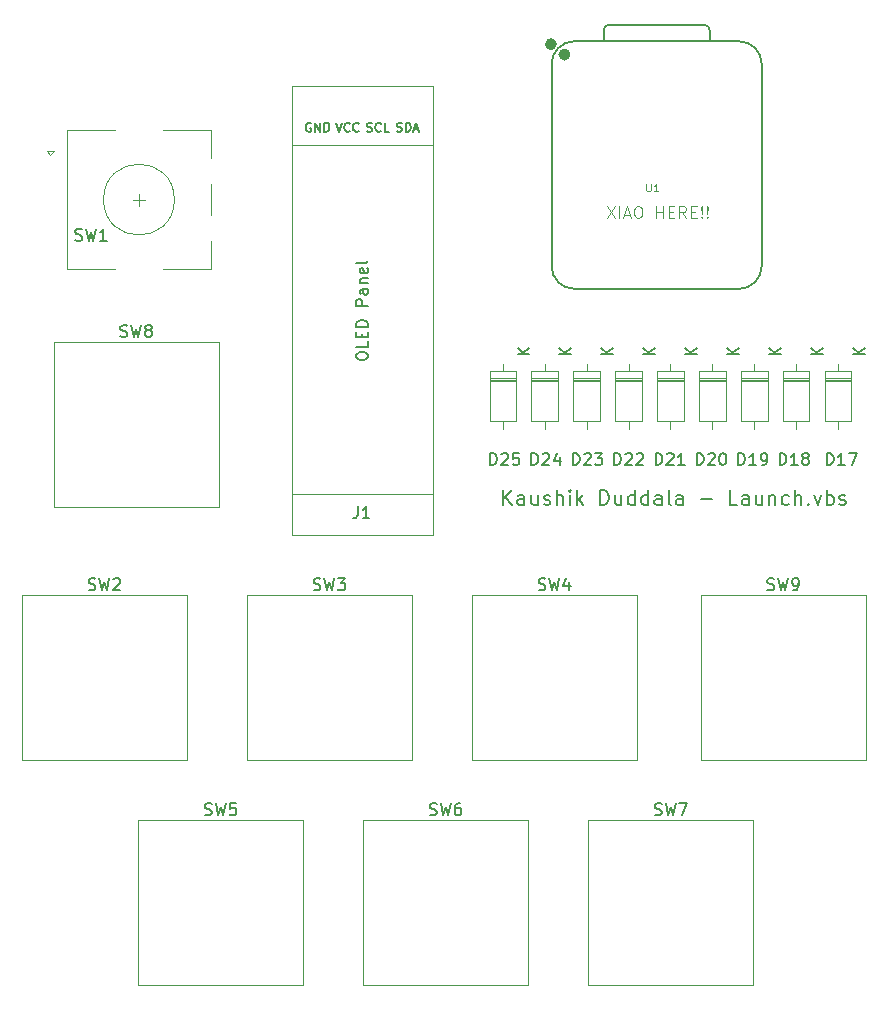
<source format=gbr>
%TF.GenerationSoftware,KiCad,Pcbnew,9.0.5*%
%TF.CreationDate,2025-12-01T20:36:29-06:00*%
%TF.ProjectId,KPad,4b506164-2e6b-4696-9361-645f70636258,rev?*%
%TF.SameCoordinates,Original*%
%TF.FileFunction,Legend,Top*%
%TF.FilePolarity,Positive*%
%FSLAX46Y46*%
G04 Gerber Fmt 4.6, Leading zero omitted, Abs format (unit mm)*
G04 Created by KiCad (PCBNEW 9.0.5) date 2025-12-01 20:36:29*
%MOMM*%
%LPD*%
G01*
G04 APERTURE LIST*
%ADD10C,0.100000*%
%ADD11C,0.156250*%
%ADD12C,0.150000*%
%ADD13C,0.101600*%
%ADD14C,0.120000*%
%ADD15C,0.040000*%
%ADD16C,0.127000*%
%ADD17C,0.504000*%
G04 APERTURE END LIST*
D10*
X113652396Y-41041169D02*
X114319062Y-42041169D01*
X114319062Y-41041169D02*
X113652396Y-42041169D01*
X114700015Y-42041169D02*
X114700015Y-41041169D01*
X115128586Y-41755454D02*
X115604776Y-41755454D01*
X115033348Y-42041169D02*
X115366681Y-41041169D01*
X115366681Y-41041169D02*
X115700014Y-42041169D01*
X116223824Y-41041169D02*
X116414300Y-41041169D01*
X116414300Y-41041169D02*
X116509538Y-41088788D01*
X116509538Y-41088788D02*
X116604776Y-41184026D01*
X116604776Y-41184026D02*
X116652395Y-41374502D01*
X116652395Y-41374502D02*
X116652395Y-41707835D01*
X116652395Y-41707835D02*
X116604776Y-41898311D01*
X116604776Y-41898311D02*
X116509538Y-41993550D01*
X116509538Y-41993550D02*
X116414300Y-42041169D01*
X116414300Y-42041169D02*
X116223824Y-42041169D01*
X116223824Y-42041169D02*
X116128586Y-41993550D01*
X116128586Y-41993550D02*
X116033348Y-41898311D01*
X116033348Y-41898311D02*
X115985729Y-41707835D01*
X115985729Y-41707835D02*
X115985729Y-41374502D01*
X115985729Y-41374502D02*
X116033348Y-41184026D01*
X116033348Y-41184026D02*
X116128586Y-41088788D01*
X116128586Y-41088788D02*
X116223824Y-41041169D01*
X117842872Y-42041169D02*
X117842872Y-41041169D01*
X117842872Y-41517359D02*
X118414300Y-41517359D01*
X118414300Y-42041169D02*
X118414300Y-41041169D01*
X118890491Y-41517359D02*
X119223824Y-41517359D01*
X119366681Y-42041169D02*
X118890491Y-42041169D01*
X118890491Y-42041169D02*
X118890491Y-41041169D01*
X118890491Y-41041169D02*
X119366681Y-41041169D01*
X120366681Y-42041169D02*
X120033348Y-41564978D01*
X119795253Y-42041169D02*
X119795253Y-41041169D01*
X119795253Y-41041169D02*
X120176205Y-41041169D01*
X120176205Y-41041169D02*
X120271443Y-41088788D01*
X120271443Y-41088788D02*
X120319062Y-41136407D01*
X120319062Y-41136407D02*
X120366681Y-41231645D01*
X120366681Y-41231645D02*
X120366681Y-41374502D01*
X120366681Y-41374502D02*
X120319062Y-41469740D01*
X120319062Y-41469740D02*
X120271443Y-41517359D01*
X120271443Y-41517359D02*
X120176205Y-41564978D01*
X120176205Y-41564978D02*
X119795253Y-41564978D01*
X120795253Y-41517359D02*
X121128586Y-41517359D01*
X121271443Y-42041169D02*
X120795253Y-42041169D01*
X120795253Y-42041169D02*
X120795253Y-41041169D01*
X120795253Y-41041169D02*
X121271443Y-41041169D01*
X121700015Y-41945930D02*
X121747634Y-41993550D01*
X121747634Y-41993550D02*
X121700015Y-42041169D01*
X121700015Y-42041169D02*
X121652396Y-41993550D01*
X121652396Y-41993550D02*
X121700015Y-41945930D01*
X121700015Y-41945930D02*
X121700015Y-42041169D01*
X121700015Y-41660216D02*
X121652396Y-41088788D01*
X121652396Y-41088788D02*
X121700015Y-41041169D01*
X121700015Y-41041169D02*
X121747634Y-41088788D01*
X121747634Y-41088788D02*
X121700015Y-41660216D01*
X121700015Y-41660216D02*
X121700015Y-41041169D01*
X122176205Y-41945930D02*
X122223824Y-41993550D01*
X122223824Y-41993550D02*
X122176205Y-42041169D01*
X122176205Y-42041169D02*
X122128586Y-41993550D01*
X122128586Y-41993550D02*
X122176205Y-41945930D01*
X122176205Y-41945930D02*
X122176205Y-42041169D01*
X122176205Y-41660216D02*
X122128586Y-41088788D01*
X122128586Y-41088788D02*
X122176205Y-41041169D01*
X122176205Y-41041169D02*
X122223824Y-41088788D01*
X122223824Y-41088788D02*
X122176205Y-41660216D01*
X122176205Y-41660216D02*
X122176205Y-41041169D01*
D11*
X104900415Y-66338898D02*
X104900415Y-65088898D01*
X105614700Y-66338898D02*
X105078986Y-65624613D01*
X105614700Y-65088898D02*
X104900415Y-65803184D01*
X106686129Y-66338898D02*
X106686129Y-65684136D01*
X106686129Y-65684136D02*
X106626605Y-65565089D01*
X106626605Y-65565089D02*
X106507557Y-65505565D01*
X106507557Y-65505565D02*
X106269462Y-65505565D01*
X106269462Y-65505565D02*
X106150415Y-65565089D01*
X106686129Y-66279375D02*
X106567081Y-66338898D01*
X106567081Y-66338898D02*
X106269462Y-66338898D01*
X106269462Y-66338898D02*
X106150415Y-66279375D01*
X106150415Y-66279375D02*
X106090891Y-66160327D01*
X106090891Y-66160327D02*
X106090891Y-66041279D01*
X106090891Y-66041279D02*
X106150415Y-65922232D01*
X106150415Y-65922232D02*
X106269462Y-65862708D01*
X106269462Y-65862708D02*
X106567081Y-65862708D01*
X106567081Y-65862708D02*
X106686129Y-65803184D01*
X107817081Y-65505565D02*
X107817081Y-66338898D01*
X107281367Y-65505565D02*
X107281367Y-66160327D01*
X107281367Y-66160327D02*
X107340890Y-66279375D01*
X107340890Y-66279375D02*
X107459938Y-66338898D01*
X107459938Y-66338898D02*
X107638509Y-66338898D01*
X107638509Y-66338898D02*
X107757557Y-66279375D01*
X107757557Y-66279375D02*
X107817081Y-66219851D01*
X108352795Y-66279375D02*
X108471842Y-66338898D01*
X108471842Y-66338898D02*
X108709938Y-66338898D01*
X108709938Y-66338898D02*
X108828985Y-66279375D01*
X108828985Y-66279375D02*
X108888509Y-66160327D01*
X108888509Y-66160327D02*
X108888509Y-66100803D01*
X108888509Y-66100803D02*
X108828985Y-65981755D01*
X108828985Y-65981755D02*
X108709938Y-65922232D01*
X108709938Y-65922232D02*
X108531366Y-65922232D01*
X108531366Y-65922232D02*
X108412319Y-65862708D01*
X108412319Y-65862708D02*
X108352795Y-65743660D01*
X108352795Y-65743660D02*
X108352795Y-65684136D01*
X108352795Y-65684136D02*
X108412319Y-65565089D01*
X108412319Y-65565089D02*
X108531366Y-65505565D01*
X108531366Y-65505565D02*
X108709938Y-65505565D01*
X108709938Y-65505565D02*
X108828985Y-65565089D01*
X109424224Y-66338898D02*
X109424224Y-65088898D01*
X109959938Y-66338898D02*
X109959938Y-65684136D01*
X109959938Y-65684136D02*
X109900414Y-65565089D01*
X109900414Y-65565089D02*
X109781366Y-65505565D01*
X109781366Y-65505565D02*
X109602795Y-65505565D01*
X109602795Y-65505565D02*
X109483747Y-65565089D01*
X109483747Y-65565089D02*
X109424224Y-65624613D01*
X110555176Y-66338898D02*
X110555176Y-65505565D01*
X110555176Y-65088898D02*
X110495652Y-65148422D01*
X110495652Y-65148422D02*
X110555176Y-65207946D01*
X110555176Y-65207946D02*
X110614699Y-65148422D01*
X110614699Y-65148422D02*
X110555176Y-65088898D01*
X110555176Y-65088898D02*
X110555176Y-65207946D01*
X111150414Y-66338898D02*
X111150414Y-65088898D01*
X111269461Y-65862708D02*
X111626604Y-66338898D01*
X111626604Y-65505565D02*
X111150414Y-65981755D01*
X113114700Y-66338898D02*
X113114700Y-65088898D01*
X113114700Y-65088898D02*
X113412319Y-65088898D01*
X113412319Y-65088898D02*
X113590890Y-65148422D01*
X113590890Y-65148422D02*
X113709938Y-65267470D01*
X113709938Y-65267470D02*
X113769461Y-65386517D01*
X113769461Y-65386517D02*
X113828985Y-65624613D01*
X113828985Y-65624613D02*
X113828985Y-65803184D01*
X113828985Y-65803184D02*
X113769461Y-66041279D01*
X113769461Y-66041279D02*
X113709938Y-66160327D01*
X113709938Y-66160327D02*
X113590890Y-66279375D01*
X113590890Y-66279375D02*
X113412319Y-66338898D01*
X113412319Y-66338898D02*
X113114700Y-66338898D01*
X114900414Y-65505565D02*
X114900414Y-66338898D01*
X114364700Y-65505565D02*
X114364700Y-66160327D01*
X114364700Y-66160327D02*
X114424223Y-66279375D01*
X114424223Y-66279375D02*
X114543271Y-66338898D01*
X114543271Y-66338898D02*
X114721842Y-66338898D01*
X114721842Y-66338898D02*
X114840890Y-66279375D01*
X114840890Y-66279375D02*
X114900414Y-66219851D01*
X116031366Y-66338898D02*
X116031366Y-65088898D01*
X116031366Y-66279375D02*
X115912318Y-66338898D01*
X115912318Y-66338898D02*
X115674223Y-66338898D01*
X115674223Y-66338898D02*
X115555175Y-66279375D01*
X115555175Y-66279375D02*
X115495652Y-66219851D01*
X115495652Y-66219851D02*
X115436128Y-66100803D01*
X115436128Y-66100803D02*
X115436128Y-65743660D01*
X115436128Y-65743660D02*
X115495652Y-65624613D01*
X115495652Y-65624613D02*
X115555175Y-65565089D01*
X115555175Y-65565089D02*
X115674223Y-65505565D01*
X115674223Y-65505565D02*
X115912318Y-65505565D01*
X115912318Y-65505565D02*
X116031366Y-65565089D01*
X117162318Y-66338898D02*
X117162318Y-65088898D01*
X117162318Y-66279375D02*
X117043270Y-66338898D01*
X117043270Y-66338898D02*
X116805175Y-66338898D01*
X116805175Y-66338898D02*
X116686127Y-66279375D01*
X116686127Y-66279375D02*
X116626604Y-66219851D01*
X116626604Y-66219851D02*
X116567080Y-66100803D01*
X116567080Y-66100803D02*
X116567080Y-65743660D01*
X116567080Y-65743660D02*
X116626604Y-65624613D01*
X116626604Y-65624613D02*
X116686127Y-65565089D01*
X116686127Y-65565089D02*
X116805175Y-65505565D01*
X116805175Y-65505565D02*
X117043270Y-65505565D01*
X117043270Y-65505565D02*
X117162318Y-65565089D01*
X118293270Y-66338898D02*
X118293270Y-65684136D01*
X118293270Y-65684136D02*
X118233746Y-65565089D01*
X118233746Y-65565089D02*
X118114698Y-65505565D01*
X118114698Y-65505565D02*
X117876603Y-65505565D01*
X117876603Y-65505565D02*
X117757556Y-65565089D01*
X118293270Y-66279375D02*
X118174222Y-66338898D01*
X118174222Y-66338898D02*
X117876603Y-66338898D01*
X117876603Y-66338898D02*
X117757556Y-66279375D01*
X117757556Y-66279375D02*
X117698032Y-66160327D01*
X117698032Y-66160327D02*
X117698032Y-66041279D01*
X117698032Y-66041279D02*
X117757556Y-65922232D01*
X117757556Y-65922232D02*
X117876603Y-65862708D01*
X117876603Y-65862708D02*
X118174222Y-65862708D01*
X118174222Y-65862708D02*
X118293270Y-65803184D01*
X119067079Y-66338898D02*
X118948031Y-66279375D01*
X118948031Y-66279375D02*
X118888508Y-66160327D01*
X118888508Y-66160327D02*
X118888508Y-65088898D01*
X120078984Y-66338898D02*
X120078984Y-65684136D01*
X120078984Y-65684136D02*
X120019460Y-65565089D01*
X120019460Y-65565089D02*
X119900412Y-65505565D01*
X119900412Y-65505565D02*
X119662317Y-65505565D01*
X119662317Y-65505565D02*
X119543270Y-65565089D01*
X120078984Y-66279375D02*
X119959936Y-66338898D01*
X119959936Y-66338898D02*
X119662317Y-66338898D01*
X119662317Y-66338898D02*
X119543270Y-66279375D01*
X119543270Y-66279375D02*
X119483746Y-66160327D01*
X119483746Y-66160327D02*
X119483746Y-66041279D01*
X119483746Y-66041279D02*
X119543270Y-65922232D01*
X119543270Y-65922232D02*
X119662317Y-65862708D01*
X119662317Y-65862708D02*
X119959936Y-65862708D01*
X119959936Y-65862708D02*
X120078984Y-65803184D01*
X121626603Y-65862708D02*
X122578984Y-65862708D01*
X124721841Y-66338898D02*
X124126603Y-66338898D01*
X124126603Y-66338898D02*
X124126603Y-65088898D01*
X125674222Y-66338898D02*
X125674222Y-65684136D01*
X125674222Y-65684136D02*
X125614698Y-65565089D01*
X125614698Y-65565089D02*
X125495650Y-65505565D01*
X125495650Y-65505565D02*
X125257555Y-65505565D01*
X125257555Y-65505565D02*
X125138508Y-65565089D01*
X125674222Y-66279375D02*
X125555174Y-66338898D01*
X125555174Y-66338898D02*
X125257555Y-66338898D01*
X125257555Y-66338898D02*
X125138508Y-66279375D01*
X125138508Y-66279375D02*
X125078984Y-66160327D01*
X125078984Y-66160327D02*
X125078984Y-66041279D01*
X125078984Y-66041279D02*
X125138508Y-65922232D01*
X125138508Y-65922232D02*
X125257555Y-65862708D01*
X125257555Y-65862708D02*
X125555174Y-65862708D01*
X125555174Y-65862708D02*
X125674222Y-65803184D01*
X126805174Y-65505565D02*
X126805174Y-66338898D01*
X126269460Y-65505565D02*
X126269460Y-66160327D01*
X126269460Y-66160327D02*
X126328983Y-66279375D01*
X126328983Y-66279375D02*
X126448031Y-66338898D01*
X126448031Y-66338898D02*
X126626602Y-66338898D01*
X126626602Y-66338898D02*
X126745650Y-66279375D01*
X126745650Y-66279375D02*
X126805174Y-66219851D01*
X127400412Y-65505565D02*
X127400412Y-66338898D01*
X127400412Y-65624613D02*
X127459935Y-65565089D01*
X127459935Y-65565089D02*
X127578983Y-65505565D01*
X127578983Y-65505565D02*
X127757554Y-65505565D01*
X127757554Y-65505565D02*
X127876602Y-65565089D01*
X127876602Y-65565089D02*
X127936126Y-65684136D01*
X127936126Y-65684136D02*
X127936126Y-66338898D01*
X129067078Y-66279375D02*
X128948030Y-66338898D01*
X128948030Y-66338898D02*
X128709935Y-66338898D01*
X128709935Y-66338898D02*
X128590887Y-66279375D01*
X128590887Y-66279375D02*
X128531364Y-66219851D01*
X128531364Y-66219851D02*
X128471840Y-66100803D01*
X128471840Y-66100803D02*
X128471840Y-65743660D01*
X128471840Y-65743660D02*
X128531364Y-65624613D01*
X128531364Y-65624613D02*
X128590887Y-65565089D01*
X128590887Y-65565089D02*
X128709935Y-65505565D01*
X128709935Y-65505565D02*
X128948030Y-65505565D01*
X128948030Y-65505565D02*
X129067078Y-65565089D01*
X129602793Y-66338898D02*
X129602793Y-65088898D01*
X130138507Y-66338898D02*
X130138507Y-65684136D01*
X130138507Y-65684136D02*
X130078983Y-65565089D01*
X130078983Y-65565089D02*
X129959935Y-65505565D01*
X129959935Y-65505565D02*
X129781364Y-65505565D01*
X129781364Y-65505565D02*
X129662316Y-65565089D01*
X129662316Y-65565089D02*
X129602793Y-65624613D01*
X130733745Y-66219851D02*
X130793268Y-66279375D01*
X130793268Y-66279375D02*
X130733745Y-66338898D01*
X130733745Y-66338898D02*
X130674221Y-66279375D01*
X130674221Y-66279375D02*
X130733745Y-66219851D01*
X130733745Y-66219851D02*
X130733745Y-66338898D01*
X131209935Y-65505565D02*
X131507554Y-66338898D01*
X131507554Y-66338898D02*
X131805173Y-65505565D01*
X132281364Y-66338898D02*
X132281364Y-65088898D01*
X132281364Y-65565089D02*
X132400411Y-65505565D01*
X132400411Y-65505565D02*
X132638506Y-65505565D01*
X132638506Y-65505565D02*
X132757554Y-65565089D01*
X132757554Y-65565089D02*
X132817078Y-65624613D01*
X132817078Y-65624613D02*
X132876602Y-65743660D01*
X132876602Y-65743660D02*
X132876602Y-66100803D01*
X132876602Y-66100803D02*
X132817078Y-66219851D01*
X132817078Y-66219851D02*
X132757554Y-66279375D01*
X132757554Y-66279375D02*
X132638506Y-66338898D01*
X132638506Y-66338898D02*
X132400411Y-66338898D01*
X132400411Y-66338898D02*
X132281364Y-66279375D01*
X133352792Y-66279375D02*
X133471839Y-66338898D01*
X133471839Y-66338898D02*
X133709935Y-66338898D01*
X133709935Y-66338898D02*
X133828982Y-66279375D01*
X133828982Y-66279375D02*
X133888506Y-66160327D01*
X133888506Y-66160327D02*
X133888506Y-66100803D01*
X133888506Y-66100803D02*
X133828982Y-65981755D01*
X133828982Y-65981755D02*
X133709935Y-65922232D01*
X133709935Y-65922232D02*
X133531363Y-65922232D01*
X133531363Y-65922232D02*
X133412316Y-65862708D01*
X133412316Y-65862708D02*
X133352792Y-65743660D01*
X133352792Y-65743660D02*
X133352792Y-65684136D01*
X133352792Y-65684136D02*
X133412316Y-65565089D01*
X133412316Y-65565089D02*
X133531363Y-65505565D01*
X133531363Y-65505565D02*
X133709935Y-65505565D01*
X133709935Y-65505565D02*
X133828982Y-65565089D01*
D12*
X114285714Y-62954819D02*
X114285714Y-61954819D01*
X114285714Y-61954819D02*
X114523809Y-61954819D01*
X114523809Y-61954819D02*
X114666666Y-62002438D01*
X114666666Y-62002438D02*
X114761904Y-62097676D01*
X114761904Y-62097676D02*
X114809523Y-62192914D01*
X114809523Y-62192914D02*
X114857142Y-62383390D01*
X114857142Y-62383390D02*
X114857142Y-62526247D01*
X114857142Y-62526247D02*
X114809523Y-62716723D01*
X114809523Y-62716723D02*
X114761904Y-62811961D01*
X114761904Y-62811961D02*
X114666666Y-62907200D01*
X114666666Y-62907200D02*
X114523809Y-62954819D01*
X114523809Y-62954819D02*
X114285714Y-62954819D01*
X115238095Y-62050057D02*
X115285714Y-62002438D01*
X115285714Y-62002438D02*
X115380952Y-61954819D01*
X115380952Y-61954819D02*
X115619047Y-61954819D01*
X115619047Y-61954819D02*
X115714285Y-62002438D01*
X115714285Y-62002438D02*
X115761904Y-62050057D01*
X115761904Y-62050057D02*
X115809523Y-62145295D01*
X115809523Y-62145295D02*
X115809523Y-62240533D01*
X115809523Y-62240533D02*
X115761904Y-62383390D01*
X115761904Y-62383390D02*
X115190476Y-62954819D01*
X115190476Y-62954819D02*
X115809523Y-62954819D01*
X116190476Y-62050057D02*
X116238095Y-62002438D01*
X116238095Y-62002438D02*
X116333333Y-61954819D01*
X116333333Y-61954819D02*
X116571428Y-61954819D01*
X116571428Y-61954819D02*
X116666666Y-62002438D01*
X116666666Y-62002438D02*
X116714285Y-62050057D01*
X116714285Y-62050057D02*
X116761904Y-62145295D01*
X116761904Y-62145295D02*
X116761904Y-62240533D01*
X116761904Y-62240533D02*
X116714285Y-62383390D01*
X116714285Y-62383390D02*
X116142857Y-62954819D01*
X116142857Y-62954819D02*
X116761904Y-62954819D01*
X117754819Y-53589404D02*
X116754819Y-53589404D01*
X117754819Y-53017976D02*
X117183390Y-53446547D01*
X116754819Y-53017976D02*
X117326247Y-53589404D01*
X132285714Y-62954819D02*
X132285714Y-61954819D01*
X132285714Y-61954819D02*
X132523809Y-61954819D01*
X132523809Y-61954819D02*
X132666666Y-62002438D01*
X132666666Y-62002438D02*
X132761904Y-62097676D01*
X132761904Y-62097676D02*
X132809523Y-62192914D01*
X132809523Y-62192914D02*
X132857142Y-62383390D01*
X132857142Y-62383390D02*
X132857142Y-62526247D01*
X132857142Y-62526247D02*
X132809523Y-62716723D01*
X132809523Y-62716723D02*
X132761904Y-62811961D01*
X132761904Y-62811961D02*
X132666666Y-62907200D01*
X132666666Y-62907200D02*
X132523809Y-62954819D01*
X132523809Y-62954819D02*
X132285714Y-62954819D01*
X133809523Y-62954819D02*
X133238095Y-62954819D01*
X133523809Y-62954819D02*
X133523809Y-61954819D01*
X133523809Y-61954819D02*
X133428571Y-62097676D01*
X133428571Y-62097676D02*
X133333333Y-62192914D01*
X133333333Y-62192914D02*
X133238095Y-62240533D01*
X134142857Y-61954819D02*
X134809523Y-61954819D01*
X134809523Y-61954819D02*
X134380952Y-62954819D01*
X135504819Y-53589404D02*
X134504819Y-53589404D01*
X135504819Y-53017976D02*
X134933390Y-53446547D01*
X134504819Y-53017976D02*
X135076247Y-53589404D01*
X88836667Y-73495700D02*
X88979524Y-73543319D01*
X88979524Y-73543319D02*
X89217619Y-73543319D01*
X89217619Y-73543319D02*
X89312857Y-73495700D01*
X89312857Y-73495700D02*
X89360476Y-73448080D01*
X89360476Y-73448080D02*
X89408095Y-73352842D01*
X89408095Y-73352842D02*
X89408095Y-73257604D01*
X89408095Y-73257604D02*
X89360476Y-73162366D01*
X89360476Y-73162366D02*
X89312857Y-73114747D01*
X89312857Y-73114747D02*
X89217619Y-73067128D01*
X89217619Y-73067128D02*
X89027143Y-73019509D01*
X89027143Y-73019509D02*
X88931905Y-72971890D01*
X88931905Y-72971890D02*
X88884286Y-72924271D01*
X88884286Y-72924271D02*
X88836667Y-72829033D01*
X88836667Y-72829033D02*
X88836667Y-72733795D01*
X88836667Y-72733795D02*
X88884286Y-72638557D01*
X88884286Y-72638557D02*
X88931905Y-72590938D01*
X88931905Y-72590938D02*
X89027143Y-72543319D01*
X89027143Y-72543319D02*
X89265238Y-72543319D01*
X89265238Y-72543319D02*
X89408095Y-72590938D01*
X89741429Y-72543319D02*
X89979524Y-73543319D01*
X89979524Y-73543319D02*
X90170000Y-72829033D01*
X90170000Y-72829033D02*
X90360476Y-73543319D01*
X90360476Y-73543319D02*
X90598572Y-72543319D01*
X90884286Y-72543319D02*
X91503333Y-72543319D01*
X91503333Y-72543319D02*
X91170000Y-72924271D01*
X91170000Y-72924271D02*
X91312857Y-72924271D01*
X91312857Y-72924271D02*
X91408095Y-72971890D01*
X91408095Y-72971890D02*
X91455714Y-73019509D01*
X91455714Y-73019509D02*
X91503333Y-73114747D01*
X91503333Y-73114747D02*
X91503333Y-73352842D01*
X91503333Y-73352842D02*
X91455714Y-73448080D01*
X91455714Y-73448080D02*
X91408095Y-73495700D01*
X91408095Y-73495700D02*
X91312857Y-73543319D01*
X91312857Y-73543319D02*
X91027143Y-73543319D01*
X91027143Y-73543319D02*
X90931905Y-73495700D01*
X90931905Y-73495700D02*
X90884286Y-73448080D01*
X127254167Y-73495700D02*
X127397024Y-73543319D01*
X127397024Y-73543319D02*
X127635119Y-73543319D01*
X127635119Y-73543319D02*
X127730357Y-73495700D01*
X127730357Y-73495700D02*
X127777976Y-73448080D01*
X127777976Y-73448080D02*
X127825595Y-73352842D01*
X127825595Y-73352842D02*
X127825595Y-73257604D01*
X127825595Y-73257604D02*
X127777976Y-73162366D01*
X127777976Y-73162366D02*
X127730357Y-73114747D01*
X127730357Y-73114747D02*
X127635119Y-73067128D01*
X127635119Y-73067128D02*
X127444643Y-73019509D01*
X127444643Y-73019509D02*
X127349405Y-72971890D01*
X127349405Y-72971890D02*
X127301786Y-72924271D01*
X127301786Y-72924271D02*
X127254167Y-72829033D01*
X127254167Y-72829033D02*
X127254167Y-72733795D01*
X127254167Y-72733795D02*
X127301786Y-72638557D01*
X127301786Y-72638557D02*
X127349405Y-72590938D01*
X127349405Y-72590938D02*
X127444643Y-72543319D01*
X127444643Y-72543319D02*
X127682738Y-72543319D01*
X127682738Y-72543319D02*
X127825595Y-72590938D01*
X128158929Y-72543319D02*
X128397024Y-73543319D01*
X128397024Y-73543319D02*
X128587500Y-72829033D01*
X128587500Y-72829033D02*
X128777976Y-73543319D01*
X128777976Y-73543319D02*
X129016072Y-72543319D01*
X129444643Y-73543319D02*
X129635119Y-73543319D01*
X129635119Y-73543319D02*
X129730357Y-73495700D01*
X129730357Y-73495700D02*
X129777976Y-73448080D01*
X129777976Y-73448080D02*
X129873214Y-73305223D01*
X129873214Y-73305223D02*
X129920833Y-73114747D01*
X129920833Y-73114747D02*
X129920833Y-72733795D01*
X129920833Y-72733795D02*
X129873214Y-72638557D01*
X129873214Y-72638557D02*
X129825595Y-72590938D01*
X129825595Y-72590938D02*
X129730357Y-72543319D01*
X129730357Y-72543319D02*
X129539881Y-72543319D01*
X129539881Y-72543319D02*
X129444643Y-72590938D01*
X129444643Y-72590938D02*
X129397024Y-72638557D01*
X129397024Y-72638557D02*
X129349405Y-72733795D01*
X129349405Y-72733795D02*
X129349405Y-72971890D01*
X129349405Y-72971890D02*
X129397024Y-73067128D01*
X129397024Y-73067128D02*
X129444643Y-73114747D01*
X129444643Y-73114747D02*
X129539881Y-73162366D01*
X129539881Y-73162366D02*
X129730357Y-73162366D01*
X129730357Y-73162366D02*
X129825595Y-73114747D01*
X129825595Y-73114747D02*
X129873214Y-73067128D01*
X129873214Y-73067128D02*
X129920833Y-72971890D01*
X68666667Y-43907200D02*
X68809524Y-43954819D01*
X68809524Y-43954819D02*
X69047619Y-43954819D01*
X69047619Y-43954819D02*
X69142857Y-43907200D01*
X69142857Y-43907200D02*
X69190476Y-43859580D01*
X69190476Y-43859580D02*
X69238095Y-43764342D01*
X69238095Y-43764342D02*
X69238095Y-43669104D01*
X69238095Y-43669104D02*
X69190476Y-43573866D01*
X69190476Y-43573866D02*
X69142857Y-43526247D01*
X69142857Y-43526247D02*
X69047619Y-43478628D01*
X69047619Y-43478628D02*
X68857143Y-43431009D01*
X68857143Y-43431009D02*
X68761905Y-43383390D01*
X68761905Y-43383390D02*
X68714286Y-43335771D01*
X68714286Y-43335771D02*
X68666667Y-43240533D01*
X68666667Y-43240533D02*
X68666667Y-43145295D01*
X68666667Y-43145295D02*
X68714286Y-43050057D01*
X68714286Y-43050057D02*
X68761905Y-43002438D01*
X68761905Y-43002438D02*
X68857143Y-42954819D01*
X68857143Y-42954819D02*
X69095238Y-42954819D01*
X69095238Y-42954819D02*
X69238095Y-43002438D01*
X69571429Y-42954819D02*
X69809524Y-43954819D01*
X69809524Y-43954819D02*
X70000000Y-43240533D01*
X70000000Y-43240533D02*
X70190476Y-43954819D01*
X70190476Y-43954819D02*
X70428572Y-42954819D01*
X71333333Y-43954819D02*
X70761905Y-43954819D01*
X71047619Y-43954819D02*
X71047619Y-42954819D01*
X71047619Y-42954819D02*
X70952381Y-43097676D01*
X70952381Y-43097676D02*
X70857143Y-43192914D01*
X70857143Y-43192914D02*
X70761905Y-43240533D01*
X107886667Y-73495700D02*
X108029524Y-73543319D01*
X108029524Y-73543319D02*
X108267619Y-73543319D01*
X108267619Y-73543319D02*
X108362857Y-73495700D01*
X108362857Y-73495700D02*
X108410476Y-73448080D01*
X108410476Y-73448080D02*
X108458095Y-73352842D01*
X108458095Y-73352842D02*
X108458095Y-73257604D01*
X108458095Y-73257604D02*
X108410476Y-73162366D01*
X108410476Y-73162366D02*
X108362857Y-73114747D01*
X108362857Y-73114747D02*
X108267619Y-73067128D01*
X108267619Y-73067128D02*
X108077143Y-73019509D01*
X108077143Y-73019509D02*
X107981905Y-72971890D01*
X107981905Y-72971890D02*
X107934286Y-72924271D01*
X107934286Y-72924271D02*
X107886667Y-72829033D01*
X107886667Y-72829033D02*
X107886667Y-72733795D01*
X107886667Y-72733795D02*
X107934286Y-72638557D01*
X107934286Y-72638557D02*
X107981905Y-72590938D01*
X107981905Y-72590938D02*
X108077143Y-72543319D01*
X108077143Y-72543319D02*
X108315238Y-72543319D01*
X108315238Y-72543319D02*
X108458095Y-72590938D01*
X108791429Y-72543319D02*
X109029524Y-73543319D01*
X109029524Y-73543319D02*
X109220000Y-72829033D01*
X109220000Y-72829033D02*
X109410476Y-73543319D01*
X109410476Y-73543319D02*
X109648572Y-72543319D01*
X110458095Y-72876652D02*
X110458095Y-73543319D01*
X110220000Y-72495700D02*
X109981905Y-73209985D01*
X109981905Y-73209985D02*
X110600952Y-73209985D01*
X128285714Y-62954819D02*
X128285714Y-61954819D01*
X128285714Y-61954819D02*
X128523809Y-61954819D01*
X128523809Y-61954819D02*
X128666666Y-62002438D01*
X128666666Y-62002438D02*
X128761904Y-62097676D01*
X128761904Y-62097676D02*
X128809523Y-62192914D01*
X128809523Y-62192914D02*
X128857142Y-62383390D01*
X128857142Y-62383390D02*
X128857142Y-62526247D01*
X128857142Y-62526247D02*
X128809523Y-62716723D01*
X128809523Y-62716723D02*
X128761904Y-62811961D01*
X128761904Y-62811961D02*
X128666666Y-62907200D01*
X128666666Y-62907200D02*
X128523809Y-62954819D01*
X128523809Y-62954819D02*
X128285714Y-62954819D01*
X129809523Y-62954819D02*
X129238095Y-62954819D01*
X129523809Y-62954819D02*
X129523809Y-61954819D01*
X129523809Y-61954819D02*
X129428571Y-62097676D01*
X129428571Y-62097676D02*
X129333333Y-62192914D01*
X129333333Y-62192914D02*
X129238095Y-62240533D01*
X130380952Y-62383390D02*
X130285714Y-62335771D01*
X130285714Y-62335771D02*
X130238095Y-62288152D01*
X130238095Y-62288152D02*
X130190476Y-62192914D01*
X130190476Y-62192914D02*
X130190476Y-62145295D01*
X130190476Y-62145295D02*
X130238095Y-62050057D01*
X130238095Y-62050057D02*
X130285714Y-62002438D01*
X130285714Y-62002438D02*
X130380952Y-61954819D01*
X130380952Y-61954819D02*
X130571428Y-61954819D01*
X130571428Y-61954819D02*
X130666666Y-62002438D01*
X130666666Y-62002438D02*
X130714285Y-62050057D01*
X130714285Y-62050057D02*
X130761904Y-62145295D01*
X130761904Y-62145295D02*
X130761904Y-62192914D01*
X130761904Y-62192914D02*
X130714285Y-62288152D01*
X130714285Y-62288152D02*
X130666666Y-62335771D01*
X130666666Y-62335771D02*
X130571428Y-62383390D01*
X130571428Y-62383390D02*
X130380952Y-62383390D01*
X130380952Y-62383390D02*
X130285714Y-62431009D01*
X130285714Y-62431009D02*
X130238095Y-62478628D01*
X130238095Y-62478628D02*
X130190476Y-62573866D01*
X130190476Y-62573866D02*
X130190476Y-62764342D01*
X130190476Y-62764342D02*
X130238095Y-62859580D01*
X130238095Y-62859580D02*
X130285714Y-62907200D01*
X130285714Y-62907200D02*
X130380952Y-62954819D01*
X130380952Y-62954819D02*
X130571428Y-62954819D01*
X130571428Y-62954819D02*
X130666666Y-62907200D01*
X130666666Y-62907200D02*
X130714285Y-62859580D01*
X130714285Y-62859580D02*
X130761904Y-62764342D01*
X130761904Y-62764342D02*
X130761904Y-62573866D01*
X130761904Y-62573866D02*
X130714285Y-62478628D01*
X130714285Y-62478628D02*
X130666666Y-62431009D01*
X130666666Y-62431009D02*
X130571428Y-62383390D01*
X131954819Y-53589404D02*
X130954819Y-53589404D01*
X131954819Y-53017976D02*
X131383390Y-53446547D01*
X130954819Y-53017976D02*
X131526247Y-53589404D01*
X92560416Y-66446069D02*
X92560416Y-67160354D01*
X92560416Y-67160354D02*
X92512797Y-67303211D01*
X92512797Y-67303211D02*
X92417559Y-67398450D01*
X92417559Y-67398450D02*
X92274702Y-67446069D01*
X92274702Y-67446069D02*
X92179464Y-67446069D01*
X93560416Y-67446069D02*
X92988988Y-67446069D01*
X93274702Y-67446069D02*
X93274702Y-66446069D01*
X93274702Y-66446069D02*
X93179464Y-66588926D01*
X93179464Y-66588926D02*
X93084226Y-66684164D01*
X93084226Y-66684164D02*
X92988988Y-66731783D01*
X92438569Y-53819821D02*
X92438569Y-53629345D01*
X92438569Y-53629345D02*
X92486188Y-53534107D01*
X92486188Y-53534107D02*
X92581426Y-53438869D01*
X92581426Y-53438869D02*
X92771902Y-53391250D01*
X92771902Y-53391250D02*
X93105235Y-53391250D01*
X93105235Y-53391250D02*
X93295711Y-53438869D01*
X93295711Y-53438869D02*
X93390950Y-53534107D01*
X93390950Y-53534107D02*
X93438569Y-53629345D01*
X93438569Y-53629345D02*
X93438569Y-53819821D01*
X93438569Y-53819821D02*
X93390950Y-53915059D01*
X93390950Y-53915059D02*
X93295711Y-54010297D01*
X93295711Y-54010297D02*
X93105235Y-54057916D01*
X93105235Y-54057916D02*
X92771902Y-54057916D01*
X92771902Y-54057916D02*
X92581426Y-54010297D01*
X92581426Y-54010297D02*
X92486188Y-53915059D01*
X92486188Y-53915059D02*
X92438569Y-53819821D01*
X93438569Y-52486488D02*
X93438569Y-52962678D01*
X93438569Y-52962678D02*
X92438569Y-52962678D01*
X92914759Y-52153154D02*
X92914759Y-51819821D01*
X93438569Y-51676964D02*
X93438569Y-52153154D01*
X93438569Y-52153154D02*
X92438569Y-52153154D01*
X92438569Y-52153154D02*
X92438569Y-51676964D01*
X93438569Y-51248392D02*
X92438569Y-51248392D01*
X92438569Y-51248392D02*
X92438569Y-51010297D01*
X92438569Y-51010297D02*
X92486188Y-50867440D01*
X92486188Y-50867440D02*
X92581426Y-50772202D01*
X92581426Y-50772202D02*
X92676664Y-50724583D01*
X92676664Y-50724583D02*
X92867140Y-50676964D01*
X92867140Y-50676964D02*
X93009997Y-50676964D01*
X93009997Y-50676964D02*
X93200473Y-50724583D01*
X93200473Y-50724583D02*
X93295711Y-50772202D01*
X93295711Y-50772202D02*
X93390950Y-50867440D01*
X93390950Y-50867440D02*
X93438569Y-51010297D01*
X93438569Y-51010297D02*
X93438569Y-51248392D01*
X93438569Y-49486487D02*
X92438569Y-49486487D01*
X92438569Y-49486487D02*
X92438569Y-49105535D01*
X92438569Y-49105535D02*
X92486188Y-49010297D01*
X92486188Y-49010297D02*
X92533807Y-48962678D01*
X92533807Y-48962678D02*
X92629045Y-48915059D01*
X92629045Y-48915059D02*
X92771902Y-48915059D01*
X92771902Y-48915059D02*
X92867140Y-48962678D01*
X92867140Y-48962678D02*
X92914759Y-49010297D01*
X92914759Y-49010297D02*
X92962378Y-49105535D01*
X92962378Y-49105535D02*
X92962378Y-49486487D01*
X93438569Y-48057916D02*
X92914759Y-48057916D01*
X92914759Y-48057916D02*
X92819521Y-48105535D01*
X92819521Y-48105535D02*
X92771902Y-48200773D01*
X92771902Y-48200773D02*
X92771902Y-48391249D01*
X92771902Y-48391249D02*
X92819521Y-48486487D01*
X93390950Y-48057916D02*
X93438569Y-48153154D01*
X93438569Y-48153154D02*
X93438569Y-48391249D01*
X93438569Y-48391249D02*
X93390950Y-48486487D01*
X93390950Y-48486487D02*
X93295711Y-48534106D01*
X93295711Y-48534106D02*
X93200473Y-48534106D01*
X93200473Y-48534106D02*
X93105235Y-48486487D01*
X93105235Y-48486487D02*
X93057616Y-48391249D01*
X93057616Y-48391249D02*
X93057616Y-48153154D01*
X93057616Y-48153154D02*
X93009997Y-48057916D01*
X92771902Y-47581725D02*
X93438569Y-47581725D01*
X92867140Y-47581725D02*
X92819521Y-47534106D01*
X92819521Y-47534106D02*
X92771902Y-47438868D01*
X92771902Y-47438868D02*
X92771902Y-47296011D01*
X92771902Y-47296011D02*
X92819521Y-47200773D01*
X92819521Y-47200773D02*
X92914759Y-47153154D01*
X92914759Y-47153154D02*
X93438569Y-47153154D01*
X93390950Y-46296011D02*
X93438569Y-46391249D01*
X93438569Y-46391249D02*
X93438569Y-46581725D01*
X93438569Y-46581725D02*
X93390950Y-46676963D01*
X93390950Y-46676963D02*
X93295711Y-46724582D01*
X93295711Y-46724582D02*
X92914759Y-46724582D01*
X92914759Y-46724582D02*
X92819521Y-46676963D01*
X92819521Y-46676963D02*
X92771902Y-46581725D01*
X92771902Y-46581725D02*
X92771902Y-46391249D01*
X92771902Y-46391249D02*
X92819521Y-46296011D01*
X92819521Y-46296011D02*
X92914759Y-46248392D01*
X92914759Y-46248392D02*
X93009997Y-46248392D01*
X93009997Y-46248392D02*
X93105235Y-46724582D01*
X93438569Y-45676963D02*
X93390950Y-45772201D01*
X93390950Y-45772201D02*
X93295711Y-45819820D01*
X93295711Y-45819820D02*
X92438569Y-45819820D01*
X95883036Y-34694700D02*
X95990179Y-34730414D01*
X95990179Y-34730414D02*
X96168750Y-34730414D01*
X96168750Y-34730414D02*
X96240179Y-34694700D01*
X96240179Y-34694700D02*
X96275893Y-34658985D01*
X96275893Y-34658985D02*
X96311607Y-34587557D01*
X96311607Y-34587557D02*
X96311607Y-34516128D01*
X96311607Y-34516128D02*
X96275893Y-34444700D01*
X96275893Y-34444700D02*
X96240179Y-34408985D01*
X96240179Y-34408985D02*
X96168750Y-34373271D01*
X96168750Y-34373271D02*
X96025893Y-34337557D01*
X96025893Y-34337557D02*
X95954464Y-34301842D01*
X95954464Y-34301842D02*
X95918750Y-34266128D01*
X95918750Y-34266128D02*
X95883036Y-34194700D01*
X95883036Y-34194700D02*
X95883036Y-34123271D01*
X95883036Y-34123271D02*
X95918750Y-34051842D01*
X95918750Y-34051842D02*
X95954464Y-34016128D01*
X95954464Y-34016128D02*
X96025893Y-33980414D01*
X96025893Y-33980414D02*
X96204464Y-33980414D01*
X96204464Y-33980414D02*
X96311607Y-34016128D01*
X96633036Y-34730414D02*
X96633036Y-33980414D01*
X96633036Y-33980414D02*
X96811607Y-33980414D01*
X96811607Y-33980414D02*
X96918750Y-34016128D01*
X96918750Y-34016128D02*
X96990179Y-34087557D01*
X96990179Y-34087557D02*
X97025893Y-34158985D01*
X97025893Y-34158985D02*
X97061607Y-34301842D01*
X97061607Y-34301842D02*
X97061607Y-34408985D01*
X97061607Y-34408985D02*
X97025893Y-34551842D01*
X97025893Y-34551842D02*
X96990179Y-34623271D01*
X96990179Y-34623271D02*
X96918750Y-34694700D01*
X96918750Y-34694700D02*
X96811607Y-34730414D01*
X96811607Y-34730414D02*
X96633036Y-34730414D01*
X97347322Y-34516128D02*
X97704465Y-34516128D01*
X97275893Y-34730414D02*
X97525893Y-33980414D01*
X97525893Y-33980414D02*
X97775893Y-34730414D01*
X88602321Y-34016128D02*
X88530893Y-33980414D01*
X88530893Y-33980414D02*
X88423750Y-33980414D01*
X88423750Y-33980414D02*
X88316607Y-34016128D01*
X88316607Y-34016128D02*
X88245178Y-34087557D01*
X88245178Y-34087557D02*
X88209464Y-34158985D01*
X88209464Y-34158985D02*
X88173750Y-34301842D01*
X88173750Y-34301842D02*
X88173750Y-34408985D01*
X88173750Y-34408985D02*
X88209464Y-34551842D01*
X88209464Y-34551842D02*
X88245178Y-34623271D01*
X88245178Y-34623271D02*
X88316607Y-34694700D01*
X88316607Y-34694700D02*
X88423750Y-34730414D01*
X88423750Y-34730414D02*
X88495178Y-34730414D01*
X88495178Y-34730414D02*
X88602321Y-34694700D01*
X88602321Y-34694700D02*
X88638035Y-34658985D01*
X88638035Y-34658985D02*
X88638035Y-34408985D01*
X88638035Y-34408985D02*
X88495178Y-34408985D01*
X88959464Y-34730414D02*
X88959464Y-33980414D01*
X88959464Y-33980414D02*
X89388035Y-34730414D01*
X89388035Y-34730414D02*
X89388035Y-33980414D01*
X89745178Y-34730414D02*
X89745178Y-33980414D01*
X89745178Y-33980414D02*
X89923749Y-33980414D01*
X89923749Y-33980414D02*
X90030892Y-34016128D01*
X90030892Y-34016128D02*
X90102321Y-34087557D01*
X90102321Y-34087557D02*
X90138035Y-34158985D01*
X90138035Y-34158985D02*
X90173749Y-34301842D01*
X90173749Y-34301842D02*
X90173749Y-34408985D01*
X90173749Y-34408985D02*
X90138035Y-34551842D01*
X90138035Y-34551842D02*
X90102321Y-34623271D01*
X90102321Y-34623271D02*
X90030892Y-34694700D01*
X90030892Y-34694700D02*
X89923749Y-34730414D01*
X89923749Y-34730414D02*
X89745178Y-34730414D01*
X93360893Y-34694700D02*
X93468036Y-34730414D01*
X93468036Y-34730414D02*
X93646607Y-34730414D01*
X93646607Y-34730414D02*
X93718036Y-34694700D01*
X93718036Y-34694700D02*
X93753750Y-34658985D01*
X93753750Y-34658985D02*
X93789464Y-34587557D01*
X93789464Y-34587557D02*
X93789464Y-34516128D01*
X93789464Y-34516128D02*
X93753750Y-34444700D01*
X93753750Y-34444700D02*
X93718036Y-34408985D01*
X93718036Y-34408985D02*
X93646607Y-34373271D01*
X93646607Y-34373271D02*
X93503750Y-34337557D01*
X93503750Y-34337557D02*
X93432321Y-34301842D01*
X93432321Y-34301842D02*
X93396607Y-34266128D01*
X93396607Y-34266128D02*
X93360893Y-34194700D01*
X93360893Y-34194700D02*
X93360893Y-34123271D01*
X93360893Y-34123271D02*
X93396607Y-34051842D01*
X93396607Y-34051842D02*
X93432321Y-34016128D01*
X93432321Y-34016128D02*
X93503750Y-33980414D01*
X93503750Y-33980414D02*
X93682321Y-33980414D01*
X93682321Y-33980414D02*
X93789464Y-34016128D01*
X94539464Y-34658985D02*
X94503750Y-34694700D01*
X94503750Y-34694700D02*
X94396607Y-34730414D01*
X94396607Y-34730414D02*
X94325179Y-34730414D01*
X94325179Y-34730414D02*
X94218036Y-34694700D01*
X94218036Y-34694700D02*
X94146607Y-34623271D01*
X94146607Y-34623271D02*
X94110893Y-34551842D01*
X94110893Y-34551842D02*
X94075179Y-34408985D01*
X94075179Y-34408985D02*
X94075179Y-34301842D01*
X94075179Y-34301842D02*
X94110893Y-34158985D01*
X94110893Y-34158985D02*
X94146607Y-34087557D01*
X94146607Y-34087557D02*
X94218036Y-34016128D01*
X94218036Y-34016128D02*
X94325179Y-33980414D01*
X94325179Y-33980414D02*
X94396607Y-33980414D01*
X94396607Y-33980414D02*
X94503750Y-34016128D01*
X94503750Y-34016128D02*
X94539464Y-34051842D01*
X95218036Y-34730414D02*
X94860893Y-34730414D01*
X94860893Y-34730414D02*
X94860893Y-33980414D01*
X90713750Y-33980414D02*
X90963750Y-34730414D01*
X90963750Y-34730414D02*
X91213750Y-33980414D01*
X91892321Y-34658985D02*
X91856607Y-34694700D01*
X91856607Y-34694700D02*
X91749464Y-34730414D01*
X91749464Y-34730414D02*
X91678036Y-34730414D01*
X91678036Y-34730414D02*
X91570893Y-34694700D01*
X91570893Y-34694700D02*
X91499464Y-34623271D01*
X91499464Y-34623271D02*
X91463750Y-34551842D01*
X91463750Y-34551842D02*
X91428036Y-34408985D01*
X91428036Y-34408985D02*
X91428036Y-34301842D01*
X91428036Y-34301842D02*
X91463750Y-34158985D01*
X91463750Y-34158985D02*
X91499464Y-34087557D01*
X91499464Y-34087557D02*
X91570893Y-34016128D01*
X91570893Y-34016128D02*
X91678036Y-33980414D01*
X91678036Y-33980414D02*
X91749464Y-33980414D01*
X91749464Y-33980414D02*
X91856607Y-34016128D01*
X91856607Y-34016128D02*
X91892321Y-34051842D01*
X92642321Y-34658985D02*
X92606607Y-34694700D01*
X92606607Y-34694700D02*
X92499464Y-34730414D01*
X92499464Y-34730414D02*
X92428036Y-34730414D01*
X92428036Y-34730414D02*
X92320893Y-34694700D01*
X92320893Y-34694700D02*
X92249464Y-34623271D01*
X92249464Y-34623271D02*
X92213750Y-34551842D01*
X92213750Y-34551842D02*
X92178036Y-34408985D01*
X92178036Y-34408985D02*
X92178036Y-34301842D01*
X92178036Y-34301842D02*
X92213750Y-34158985D01*
X92213750Y-34158985D02*
X92249464Y-34087557D01*
X92249464Y-34087557D02*
X92320893Y-34016128D01*
X92320893Y-34016128D02*
X92428036Y-33980414D01*
X92428036Y-33980414D02*
X92499464Y-33980414D01*
X92499464Y-33980414D02*
X92606607Y-34016128D01*
X92606607Y-34016128D02*
X92642321Y-34051842D01*
X98679167Y-92545700D02*
X98822024Y-92593319D01*
X98822024Y-92593319D02*
X99060119Y-92593319D01*
X99060119Y-92593319D02*
X99155357Y-92545700D01*
X99155357Y-92545700D02*
X99202976Y-92498080D01*
X99202976Y-92498080D02*
X99250595Y-92402842D01*
X99250595Y-92402842D02*
X99250595Y-92307604D01*
X99250595Y-92307604D02*
X99202976Y-92212366D01*
X99202976Y-92212366D02*
X99155357Y-92164747D01*
X99155357Y-92164747D02*
X99060119Y-92117128D01*
X99060119Y-92117128D02*
X98869643Y-92069509D01*
X98869643Y-92069509D02*
X98774405Y-92021890D01*
X98774405Y-92021890D02*
X98726786Y-91974271D01*
X98726786Y-91974271D02*
X98679167Y-91879033D01*
X98679167Y-91879033D02*
X98679167Y-91783795D01*
X98679167Y-91783795D02*
X98726786Y-91688557D01*
X98726786Y-91688557D02*
X98774405Y-91640938D01*
X98774405Y-91640938D02*
X98869643Y-91593319D01*
X98869643Y-91593319D02*
X99107738Y-91593319D01*
X99107738Y-91593319D02*
X99250595Y-91640938D01*
X99583929Y-91593319D02*
X99822024Y-92593319D01*
X99822024Y-92593319D02*
X100012500Y-91879033D01*
X100012500Y-91879033D02*
X100202976Y-92593319D01*
X100202976Y-92593319D02*
X100441072Y-91593319D01*
X101250595Y-91593319D02*
X101060119Y-91593319D01*
X101060119Y-91593319D02*
X100964881Y-91640938D01*
X100964881Y-91640938D02*
X100917262Y-91688557D01*
X100917262Y-91688557D02*
X100822024Y-91831414D01*
X100822024Y-91831414D02*
X100774405Y-92021890D01*
X100774405Y-92021890D02*
X100774405Y-92402842D01*
X100774405Y-92402842D02*
X100822024Y-92498080D01*
X100822024Y-92498080D02*
X100869643Y-92545700D01*
X100869643Y-92545700D02*
X100964881Y-92593319D01*
X100964881Y-92593319D02*
X101155357Y-92593319D01*
X101155357Y-92593319D02*
X101250595Y-92545700D01*
X101250595Y-92545700D02*
X101298214Y-92498080D01*
X101298214Y-92498080D02*
X101345833Y-92402842D01*
X101345833Y-92402842D02*
X101345833Y-92164747D01*
X101345833Y-92164747D02*
X101298214Y-92069509D01*
X101298214Y-92069509D02*
X101250595Y-92021890D01*
X101250595Y-92021890D02*
X101155357Y-91974271D01*
X101155357Y-91974271D02*
X100964881Y-91974271D01*
X100964881Y-91974271D02*
X100869643Y-92021890D01*
X100869643Y-92021890D02*
X100822024Y-92069509D01*
X100822024Y-92069509D02*
X100774405Y-92164747D01*
D13*
X117016190Y-39153479D02*
X117016190Y-39667526D01*
X117016190Y-39667526D02*
X117046428Y-39728002D01*
X117046428Y-39728002D02*
X117076666Y-39758241D01*
X117076666Y-39758241D02*
X117137142Y-39788479D01*
X117137142Y-39788479D02*
X117258095Y-39788479D01*
X117258095Y-39788479D02*
X117318571Y-39758241D01*
X117318571Y-39758241D02*
X117348809Y-39728002D01*
X117348809Y-39728002D02*
X117379047Y-39667526D01*
X117379047Y-39667526D02*
X117379047Y-39153479D01*
X118014047Y-39788479D02*
X117651190Y-39788479D01*
X117832618Y-39788479D02*
X117832618Y-39153479D01*
X117832618Y-39153479D02*
X117772142Y-39244193D01*
X117772142Y-39244193D02*
X117711666Y-39304669D01*
X117711666Y-39304669D02*
X117651190Y-39334907D01*
D12*
X72485417Y-52064450D02*
X72628274Y-52112069D01*
X72628274Y-52112069D02*
X72866369Y-52112069D01*
X72866369Y-52112069D02*
X72961607Y-52064450D01*
X72961607Y-52064450D02*
X73009226Y-52016830D01*
X73009226Y-52016830D02*
X73056845Y-51921592D01*
X73056845Y-51921592D02*
X73056845Y-51826354D01*
X73056845Y-51826354D02*
X73009226Y-51731116D01*
X73009226Y-51731116D02*
X72961607Y-51683497D01*
X72961607Y-51683497D02*
X72866369Y-51635878D01*
X72866369Y-51635878D02*
X72675893Y-51588259D01*
X72675893Y-51588259D02*
X72580655Y-51540640D01*
X72580655Y-51540640D02*
X72533036Y-51493021D01*
X72533036Y-51493021D02*
X72485417Y-51397783D01*
X72485417Y-51397783D02*
X72485417Y-51302545D01*
X72485417Y-51302545D02*
X72533036Y-51207307D01*
X72533036Y-51207307D02*
X72580655Y-51159688D01*
X72580655Y-51159688D02*
X72675893Y-51112069D01*
X72675893Y-51112069D02*
X72913988Y-51112069D01*
X72913988Y-51112069D02*
X73056845Y-51159688D01*
X73390179Y-51112069D02*
X73628274Y-52112069D01*
X73628274Y-52112069D02*
X73818750Y-51397783D01*
X73818750Y-51397783D02*
X74009226Y-52112069D01*
X74009226Y-52112069D02*
X74247322Y-51112069D01*
X74771131Y-51540640D02*
X74675893Y-51493021D01*
X74675893Y-51493021D02*
X74628274Y-51445402D01*
X74628274Y-51445402D02*
X74580655Y-51350164D01*
X74580655Y-51350164D02*
X74580655Y-51302545D01*
X74580655Y-51302545D02*
X74628274Y-51207307D01*
X74628274Y-51207307D02*
X74675893Y-51159688D01*
X74675893Y-51159688D02*
X74771131Y-51112069D01*
X74771131Y-51112069D02*
X74961607Y-51112069D01*
X74961607Y-51112069D02*
X75056845Y-51159688D01*
X75056845Y-51159688D02*
X75104464Y-51207307D01*
X75104464Y-51207307D02*
X75152083Y-51302545D01*
X75152083Y-51302545D02*
X75152083Y-51350164D01*
X75152083Y-51350164D02*
X75104464Y-51445402D01*
X75104464Y-51445402D02*
X75056845Y-51493021D01*
X75056845Y-51493021D02*
X74961607Y-51540640D01*
X74961607Y-51540640D02*
X74771131Y-51540640D01*
X74771131Y-51540640D02*
X74675893Y-51588259D01*
X74675893Y-51588259D02*
X74628274Y-51635878D01*
X74628274Y-51635878D02*
X74580655Y-51731116D01*
X74580655Y-51731116D02*
X74580655Y-51921592D01*
X74580655Y-51921592D02*
X74628274Y-52016830D01*
X74628274Y-52016830D02*
X74675893Y-52064450D01*
X74675893Y-52064450D02*
X74771131Y-52112069D01*
X74771131Y-52112069D02*
X74961607Y-52112069D01*
X74961607Y-52112069D02*
X75056845Y-52064450D01*
X75056845Y-52064450D02*
X75104464Y-52016830D01*
X75104464Y-52016830D02*
X75152083Y-51921592D01*
X75152083Y-51921592D02*
X75152083Y-51731116D01*
X75152083Y-51731116D02*
X75104464Y-51635878D01*
X75104464Y-51635878D02*
X75056845Y-51588259D01*
X75056845Y-51588259D02*
X74961607Y-51540640D01*
X107285714Y-62954819D02*
X107285714Y-61954819D01*
X107285714Y-61954819D02*
X107523809Y-61954819D01*
X107523809Y-61954819D02*
X107666666Y-62002438D01*
X107666666Y-62002438D02*
X107761904Y-62097676D01*
X107761904Y-62097676D02*
X107809523Y-62192914D01*
X107809523Y-62192914D02*
X107857142Y-62383390D01*
X107857142Y-62383390D02*
X107857142Y-62526247D01*
X107857142Y-62526247D02*
X107809523Y-62716723D01*
X107809523Y-62716723D02*
X107761904Y-62811961D01*
X107761904Y-62811961D02*
X107666666Y-62907200D01*
X107666666Y-62907200D02*
X107523809Y-62954819D01*
X107523809Y-62954819D02*
X107285714Y-62954819D01*
X108238095Y-62050057D02*
X108285714Y-62002438D01*
X108285714Y-62002438D02*
X108380952Y-61954819D01*
X108380952Y-61954819D02*
X108619047Y-61954819D01*
X108619047Y-61954819D02*
X108714285Y-62002438D01*
X108714285Y-62002438D02*
X108761904Y-62050057D01*
X108761904Y-62050057D02*
X108809523Y-62145295D01*
X108809523Y-62145295D02*
X108809523Y-62240533D01*
X108809523Y-62240533D02*
X108761904Y-62383390D01*
X108761904Y-62383390D02*
X108190476Y-62954819D01*
X108190476Y-62954819D02*
X108809523Y-62954819D01*
X109666666Y-62288152D02*
X109666666Y-62954819D01*
X109428571Y-61907200D02*
X109190476Y-62621485D01*
X109190476Y-62621485D02*
X109809523Y-62621485D01*
X110654819Y-53589404D02*
X109654819Y-53589404D01*
X110654819Y-53017976D02*
X110083390Y-53446547D01*
X109654819Y-53017976D02*
X110226247Y-53589404D01*
X79629167Y-92545700D02*
X79772024Y-92593319D01*
X79772024Y-92593319D02*
X80010119Y-92593319D01*
X80010119Y-92593319D02*
X80105357Y-92545700D01*
X80105357Y-92545700D02*
X80152976Y-92498080D01*
X80152976Y-92498080D02*
X80200595Y-92402842D01*
X80200595Y-92402842D02*
X80200595Y-92307604D01*
X80200595Y-92307604D02*
X80152976Y-92212366D01*
X80152976Y-92212366D02*
X80105357Y-92164747D01*
X80105357Y-92164747D02*
X80010119Y-92117128D01*
X80010119Y-92117128D02*
X79819643Y-92069509D01*
X79819643Y-92069509D02*
X79724405Y-92021890D01*
X79724405Y-92021890D02*
X79676786Y-91974271D01*
X79676786Y-91974271D02*
X79629167Y-91879033D01*
X79629167Y-91879033D02*
X79629167Y-91783795D01*
X79629167Y-91783795D02*
X79676786Y-91688557D01*
X79676786Y-91688557D02*
X79724405Y-91640938D01*
X79724405Y-91640938D02*
X79819643Y-91593319D01*
X79819643Y-91593319D02*
X80057738Y-91593319D01*
X80057738Y-91593319D02*
X80200595Y-91640938D01*
X80533929Y-91593319D02*
X80772024Y-92593319D01*
X80772024Y-92593319D02*
X80962500Y-91879033D01*
X80962500Y-91879033D02*
X81152976Y-92593319D01*
X81152976Y-92593319D02*
X81391072Y-91593319D01*
X82248214Y-91593319D02*
X81772024Y-91593319D01*
X81772024Y-91593319D02*
X81724405Y-92069509D01*
X81724405Y-92069509D02*
X81772024Y-92021890D01*
X81772024Y-92021890D02*
X81867262Y-91974271D01*
X81867262Y-91974271D02*
X82105357Y-91974271D01*
X82105357Y-91974271D02*
X82200595Y-92021890D01*
X82200595Y-92021890D02*
X82248214Y-92069509D01*
X82248214Y-92069509D02*
X82295833Y-92164747D01*
X82295833Y-92164747D02*
X82295833Y-92402842D01*
X82295833Y-92402842D02*
X82248214Y-92498080D01*
X82248214Y-92498080D02*
X82200595Y-92545700D01*
X82200595Y-92545700D02*
X82105357Y-92593319D01*
X82105357Y-92593319D02*
X81867262Y-92593319D01*
X81867262Y-92593319D02*
X81772024Y-92545700D01*
X81772024Y-92545700D02*
X81724405Y-92498080D01*
X124785714Y-62954819D02*
X124785714Y-61954819D01*
X124785714Y-61954819D02*
X125023809Y-61954819D01*
X125023809Y-61954819D02*
X125166666Y-62002438D01*
X125166666Y-62002438D02*
X125261904Y-62097676D01*
X125261904Y-62097676D02*
X125309523Y-62192914D01*
X125309523Y-62192914D02*
X125357142Y-62383390D01*
X125357142Y-62383390D02*
X125357142Y-62526247D01*
X125357142Y-62526247D02*
X125309523Y-62716723D01*
X125309523Y-62716723D02*
X125261904Y-62811961D01*
X125261904Y-62811961D02*
X125166666Y-62907200D01*
X125166666Y-62907200D02*
X125023809Y-62954819D01*
X125023809Y-62954819D02*
X124785714Y-62954819D01*
X126309523Y-62954819D02*
X125738095Y-62954819D01*
X126023809Y-62954819D02*
X126023809Y-61954819D01*
X126023809Y-61954819D02*
X125928571Y-62097676D01*
X125928571Y-62097676D02*
X125833333Y-62192914D01*
X125833333Y-62192914D02*
X125738095Y-62240533D01*
X126785714Y-62954819D02*
X126976190Y-62954819D01*
X126976190Y-62954819D02*
X127071428Y-62907200D01*
X127071428Y-62907200D02*
X127119047Y-62859580D01*
X127119047Y-62859580D02*
X127214285Y-62716723D01*
X127214285Y-62716723D02*
X127261904Y-62526247D01*
X127261904Y-62526247D02*
X127261904Y-62145295D01*
X127261904Y-62145295D02*
X127214285Y-62050057D01*
X127214285Y-62050057D02*
X127166666Y-62002438D01*
X127166666Y-62002438D02*
X127071428Y-61954819D01*
X127071428Y-61954819D02*
X126880952Y-61954819D01*
X126880952Y-61954819D02*
X126785714Y-62002438D01*
X126785714Y-62002438D02*
X126738095Y-62050057D01*
X126738095Y-62050057D02*
X126690476Y-62145295D01*
X126690476Y-62145295D02*
X126690476Y-62383390D01*
X126690476Y-62383390D02*
X126738095Y-62478628D01*
X126738095Y-62478628D02*
X126785714Y-62526247D01*
X126785714Y-62526247D02*
X126880952Y-62573866D01*
X126880952Y-62573866D02*
X127071428Y-62573866D01*
X127071428Y-62573866D02*
X127166666Y-62526247D01*
X127166666Y-62526247D02*
X127214285Y-62478628D01*
X127214285Y-62478628D02*
X127261904Y-62383390D01*
X128404819Y-53589404D02*
X127404819Y-53589404D01*
X128404819Y-53017976D02*
X127833390Y-53446547D01*
X127404819Y-53017976D02*
X127976247Y-53589404D01*
X121285714Y-62954819D02*
X121285714Y-61954819D01*
X121285714Y-61954819D02*
X121523809Y-61954819D01*
X121523809Y-61954819D02*
X121666666Y-62002438D01*
X121666666Y-62002438D02*
X121761904Y-62097676D01*
X121761904Y-62097676D02*
X121809523Y-62192914D01*
X121809523Y-62192914D02*
X121857142Y-62383390D01*
X121857142Y-62383390D02*
X121857142Y-62526247D01*
X121857142Y-62526247D02*
X121809523Y-62716723D01*
X121809523Y-62716723D02*
X121761904Y-62811961D01*
X121761904Y-62811961D02*
X121666666Y-62907200D01*
X121666666Y-62907200D02*
X121523809Y-62954819D01*
X121523809Y-62954819D02*
X121285714Y-62954819D01*
X122238095Y-62050057D02*
X122285714Y-62002438D01*
X122285714Y-62002438D02*
X122380952Y-61954819D01*
X122380952Y-61954819D02*
X122619047Y-61954819D01*
X122619047Y-61954819D02*
X122714285Y-62002438D01*
X122714285Y-62002438D02*
X122761904Y-62050057D01*
X122761904Y-62050057D02*
X122809523Y-62145295D01*
X122809523Y-62145295D02*
X122809523Y-62240533D01*
X122809523Y-62240533D02*
X122761904Y-62383390D01*
X122761904Y-62383390D02*
X122190476Y-62954819D01*
X122190476Y-62954819D02*
X122809523Y-62954819D01*
X123428571Y-61954819D02*
X123523809Y-61954819D01*
X123523809Y-61954819D02*
X123619047Y-62002438D01*
X123619047Y-62002438D02*
X123666666Y-62050057D01*
X123666666Y-62050057D02*
X123714285Y-62145295D01*
X123714285Y-62145295D02*
X123761904Y-62335771D01*
X123761904Y-62335771D02*
X123761904Y-62573866D01*
X123761904Y-62573866D02*
X123714285Y-62764342D01*
X123714285Y-62764342D02*
X123666666Y-62859580D01*
X123666666Y-62859580D02*
X123619047Y-62907200D01*
X123619047Y-62907200D02*
X123523809Y-62954819D01*
X123523809Y-62954819D02*
X123428571Y-62954819D01*
X123428571Y-62954819D02*
X123333333Y-62907200D01*
X123333333Y-62907200D02*
X123285714Y-62859580D01*
X123285714Y-62859580D02*
X123238095Y-62764342D01*
X123238095Y-62764342D02*
X123190476Y-62573866D01*
X123190476Y-62573866D02*
X123190476Y-62335771D01*
X123190476Y-62335771D02*
X123238095Y-62145295D01*
X123238095Y-62145295D02*
X123285714Y-62050057D01*
X123285714Y-62050057D02*
X123333333Y-62002438D01*
X123333333Y-62002438D02*
X123428571Y-61954819D01*
X124854819Y-53589404D02*
X123854819Y-53589404D01*
X124854819Y-53017976D02*
X124283390Y-53446547D01*
X123854819Y-53017976D02*
X124426247Y-53589404D01*
X117729167Y-92545700D02*
X117872024Y-92593319D01*
X117872024Y-92593319D02*
X118110119Y-92593319D01*
X118110119Y-92593319D02*
X118205357Y-92545700D01*
X118205357Y-92545700D02*
X118252976Y-92498080D01*
X118252976Y-92498080D02*
X118300595Y-92402842D01*
X118300595Y-92402842D02*
X118300595Y-92307604D01*
X118300595Y-92307604D02*
X118252976Y-92212366D01*
X118252976Y-92212366D02*
X118205357Y-92164747D01*
X118205357Y-92164747D02*
X118110119Y-92117128D01*
X118110119Y-92117128D02*
X117919643Y-92069509D01*
X117919643Y-92069509D02*
X117824405Y-92021890D01*
X117824405Y-92021890D02*
X117776786Y-91974271D01*
X117776786Y-91974271D02*
X117729167Y-91879033D01*
X117729167Y-91879033D02*
X117729167Y-91783795D01*
X117729167Y-91783795D02*
X117776786Y-91688557D01*
X117776786Y-91688557D02*
X117824405Y-91640938D01*
X117824405Y-91640938D02*
X117919643Y-91593319D01*
X117919643Y-91593319D02*
X118157738Y-91593319D01*
X118157738Y-91593319D02*
X118300595Y-91640938D01*
X118633929Y-91593319D02*
X118872024Y-92593319D01*
X118872024Y-92593319D02*
X119062500Y-91879033D01*
X119062500Y-91879033D02*
X119252976Y-92593319D01*
X119252976Y-92593319D02*
X119491072Y-91593319D01*
X119776786Y-91593319D02*
X120443452Y-91593319D01*
X120443452Y-91593319D02*
X120014881Y-92593319D01*
X110785714Y-62954819D02*
X110785714Y-61954819D01*
X110785714Y-61954819D02*
X111023809Y-61954819D01*
X111023809Y-61954819D02*
X111166666Y-62002438D01*
X111166666Y-62002438D02*
X111261904Y-62097676D01*
X111261904Y-62097676D02*
X111309523Y-62192914D01*
X111309523Y-62192914D02*
X111357142Y-62383390D01*
X111357142Y-62383390D02*
X111357142Y-62526247D01*
X111357142Y-62526247D02*
X111309523Y-62716723D01*
X111309523Y-62716723D02*
X111261904Y-62811961D01*
X111261904Y-62811961D02*
X111166666Y-62907200D01*
X111166666Y-62907200D02*
X111023809Y-62954819D01*
X111023809Y-62954819D02*
X110785714Y-62954819D01*
X111738095Y-62050057D02*
X111785714Y-62002438D01*
X111785714Y-62002438D02*
X111880952Y-61954819D01*
X111880952Y-61954819D02*
X112119047Y-61954819D01*
X112119047Y-61954819D02*
X112214285Y-62002438D01*
X112214285Y-62002438D02*
X112261904Y-62050057D01*
X112261904Y-62050057D02*
X112309523Y-62145295D01*
X112309523Y-62145295D02*
X112309523Y-62240533D01*
X112309523Y-62240533D02*
X112261904Y-62383390D01*
X112261904Y-62383390D02*
X111690476Y-62954819D01*
X111690476Y-62954819D02*
X112309523Y-62954819D01*
X112642857Y-61954819D02*
X113261904Y-61954819D01*
X113261904Y-61954819D02*
X112928571Y-62335771D01*
X112928571Y-62335771D02*
X113071428Y-62335771D01*
X113071428Y-62335771D02*
X113166666Y-62383390D01*
X113166666Y-62383390D02*
X113214285Y-62431009D01*
X113214285Y-62431009D02*
X113261904Y-62526247D01*
X113261904Y-62526247D02*
X113261904Y-62764342D01*
X113261904Y-62764342D02*
X113214285Y-62859580D01*
X113214285Y-62859580D02*
X113166666Y-62907200D01*
X113166666Y-62907200D02*
X113071428Y-62954819D01*
X113071428Y-62954819D02*
X112785714Y-62954819D01*
X112785714Y-62954819D02*
X112690476Y-62907200D01*
X112690476Y-62907200D02*
X112642857Y-62859580D01*
X114204819Y-53589404D02*
X113204819Y-53589404D01*
X114204819Y-53017976D02*
X113633390Y-53446547D01*
X113204819Y-53017976D02*
X113776247Y-53589404D01*
X103785714Y-62954819D02*
X103785714Y-61954819D01*
X103785714Y-61954819D02*
X104023809Y-61954819D01*
X104023809Y-61954819D02*
X104166666Y-62002438D01*
X104166666Y-62002438D02*
X104261904Y-62097676D01*
X104261904Y-62097676D02*
X104309523Y-62192914D01*
X104309523Y-62192914D02*
X104357142Y-62383390D01*
X104357142Y-62383390D02*
X104357142Y-62526247D01*
X104357142Y-62526247D02*
X104309523Y-62716723D01*
X104309523Y-62716723D02*
X104261904Y-62811961D01*
X104261904Y-62811961D02*
X104166666Y-62907200D01*
X104166666Y-62907200D02*
X104023809Y-62954819D01*
X104023809Y-62954819D02*
X103785714Y-62954819D01*
X104738095Y-62050057D02*
X104785714Y-62002438D01*
X104785714Y-62002438D02*
X104880952Y-61954819D01*
X104880952Y-61954819D02*
X105119047Y-61954819D01*
X105119047Y-61954819D02*
X105214285Y-62002438D01*
X105214285Y-62002438D02*
X105261904Y-62050057D01*
X105261904Y-62050057D02*
X105309523Y-62145295D01*
X105309523Y-62145295D02*
X105309523Y-62240533D01*
X105309523Y-62240533D02*
X105261904Y-62383390D01*
X105261904Y-62383390D02*
X104690476Y-62954819D01*
X104690476Y-62954819D02*
X105309523Y-62954819D01*
X106214285Y-61954819D02*
X105738095Y-61954819D01*
X105738095Y-61954819D02*
X105690476Y-62431009D01*
X105690476Y-62431009D02*
X105738095Y-62383390D01*
X105738095Y-62383390D02*
X105833333Y-62335771D01*
X105833333Y-62335771D02*
X106071428Y-62335771D01*
X106071428Y-62335771D02*
X106166666Y-62383390D01*
X106166666Y-62383390D02*
X106214285Y-62431009D01*
X106214285Y-62431009D02*
X106261904Y-62526247D01*
X106261904Y-62526247D02*
X106261904Y-62764342D01*
X106261904Y-62764342D02*
X106214285Y-62859580D01*
X106214285Y-62859580D02*
X106166666Y-62907200D01*
X106166666Y-62907200D02*
X106071428Y-62954819D01*
X106071428Y-62954819D02*
X105833333Y-62954819D01*
X105833333Y-62954819D02*
X105738095Y-62907200D01*
X105738095Y-62907200D02*
X105690476Y-62859580D01*
X107104819Y-53589404D02*
X106104819Y-53589404D01*
X107104819Y-53017976D02*
X106533390Y-53446547D01*
X106104819Y-53017976D02*
X106676247Y-53589404D01*
X117785714Y-62954819D02*
X117785714Y-61954819D01*
X117785714Y-61954819D02*
X118023809Y-61954819D01*
X118023809Y-61954819D02*
X118166666Y-62002438D01*
X118166666Y-62002438D02*
X118261904Y-62097676D01*
X118261904Y-62097676D02*
X118309523Y-62192914D01*
X118309523Y-62192914D02*
X118357142Y-62383390D01*
X118357142Y-62383390D02*
X118357142Y-62526247D01*
X118357142Y-62526247D02*
X118309523Y-62716723D01*
X118309523Y-62716723D02*
X118261904Y-62811961D01*
X118261904Y-62811961D02*
X118166666Y-62907200D01*
X118166666Y-62907200D02*
X118023809Y-62954819D01*
X118023809Y-62954819D02*
X117785714Y-62954819D01*
X118738095Y-62050057D02*
X118785714Y-62002438D01*
X118785714Y-62002438D02*
X118880952Y-61954819D01*
X118880952Y-61954819D02*
X119119047Y-61954819D01*
X119119047Y-61954819D02*
X119214285Y-62002438D01*
X119214285Y-62002438D02*
X119261904Y-62050057D01*
X119261904Y-62050057D02*
X119309523Y-62145295D01*
X119309523Y-62145295D02*
X119309523Y-62240533D01*
X119309523Y-62240533D02*
X119261904Y-62383390D01*
X119261904Y-62383390D02*
X118690476Y-62954819D01*
X118690476Y-62954819D02*
X119309523Y-62954819D01*
X120261904Y-62954819D02*
X119690476Y-62954819D01*
X119976190Y-62954819D02*
X119976190Y-61954819D01*
X119976190Y-61954819D02*
X119880952Y-62097676D01*
X119880952Y-62097676D02*
X119785714Y-62192914D01*
X119785714Y-62192914D02*
X119690476Y-62240533D01*
X121304819Y-53589404D02*
X120304819Y-53589404D01*
X121304819Y-53017976D02*
X120733390Y-53446547D01*
X120304819Y-53017976D02*
X120876247Y-53589404D01*
X69786667Y-73495700D02*
X69929524Y-73543319D01*
X69929524Y-73543319D02*
X70167619Y-73543319D01*
X70167619Y-73543319D02*
X70262857Y-73495700D01*
X70262857Y-73495700D02*
X70310476Y-73448080D01*
X70310476Y-73448080D02*
X70358095Y-73352842D01*
X70358095Y-73352842D02*
X70358095Y-73257604D01*
X70358095Y-73257604D02*
X70310476Y-73162366D01*
X70310476Y-73162366D02*
X70262857Y-73114747D01*
X70262857Y-73114747D02*
X70167619Y-73067128D01*
X70167619Y-73067128D02*
X69977143Y-73019509D01*
X69977143Y-73019509D02*
X69881905Y-72971890D01*
X69881905Y-72971890D02*
X69834286Y-72924271D01*
X69834286Y-72924271D02*
X69786667Y-72829033D01*
X69786667Y-72829033D02*
X69786667Y-72733795D01*
X69786667Y-72733795D02*
X69834286Y-72638557D01*
X69834286Y-72638557D02*
X69881905Y-72590938D01*
X69881905Y-72590938D02*
X69977143Y-72543319D01*
X69977143Y-72543319D02*
X70215238Y-72543319D01*
X70215238Y-72543319D02*
X70358095Y-72590938D01*
X70691429Y-72543319D02*
X70929524Y-73543319D01*
X70929524Y-73543319D02*
X71120000Y-72829033D01*
X71120000Y-72829033D02*
X71310476Y-73543319D01*
X71310476Y-73543319D02*
X71548572Y-72543319D01*
X71881905Y-72638557D02*
X71929524Y-72590938D01*
X71929524Y-72590938D02*
X72024762Y-72543319D01*
X72024762Y-72543319D02*
X72262857Y-72543319D01*
X72262857Y-72543319D02*
X72358095Y-72590938D01*
X72358095Y-72590938D02*
X72405714Y-72638557D01*
X72405714Y-72638557D02*
X72453333Y-72733795D01*
X72453333Y-72733795D02*
X72453333Y-72829033D01*
X72453333Y-72829033D02*
X72405714Y-72971890D01*
X72405714Y-72971890D02*
X71834286Y-73543319D01*
X71834286Y-73543319D02*
X72453333Y-73543319D01*
D14*
%TO.C,D22*%
X115500000Y-54367500D02*
X115500000Y-55017500D01*
X115500000Y-59907500D02*
X115500000Y-59257500D01*
X116620000Y-55617500D02*
X114380000Y-55617500D01*
X116620000Y-55737500D02*
X114380000Y-55737500D01*
X116620000Y-55857500D02*
X114380000Y-55857500D01*
X116620000Y-55017500D02*
X114380000Y-55017500D01*
X114380000Y-59257500D01*
X116620000Y-59257500D01*
X116620000Y-55017500D01*
%TO.C,D17*%
X133250000Y-54367500D02*
X133250000Y-55017500D01*
X133250000Y-59907500D02*
X133250000Y-59257500D01*
X134370000Y-55617500D02*
X132130000Y-55617500D01*
X134370000Y-55737500D02*
X132130000Y-55737500D01*
X134370000Y-55857500D02*
X132130000Y-55857500D01*
X134370000Y-55017500D02*
X132130000Y-55017500D01*
X132130000Y-59257500D01*
X134370000Y-59257500D01*
X134370000Y-55017500D01*
%TO.C,SW3*%
X83185000Y-73977500D02*
X97155000Y-73977500D01*
X83185000Y-87947500D02*
X83185000Y-73977500D01*
X97155000Y-73977500D02*
X97155000Y-87947500D01*
X97155000Y-87947500D02*
X83185000Y-87947500D01*
%TO.C,SW9*%
X121602500Y-73977500D02*
X135572500Y-73977500D01*
X121602500Y-87947500D02*
X121602500Y-73977500D01*
X135572500Y-73977500D02*
X135572500Y-87947500D01*
X135572500Y-87947500D02*
X121602500Y-87947500D01*
%TO.C,SW1*%
X66250000Y-36381000D02*
X66850000Y-36381000D01*
X66550000Y-36681000D02*
X66250000Y-36381000D01*
X66850000Y-36381000D02*
X66550000Y-36681000D01*
X67950000Y-34581000D02*
X67950000Y-46381000D01*
X72050000Y-34581000D02*
X67950000Y-34581000D01*
X72050000Y-46381000D02*
X67950000Y-46381000D01*
X73550000Y-40481000D02*
X74550000Y-40481000D01*
X74050000Y-39981000D02*
X74050000Y-40981000D01*
X76050000Y-34581000D02*
X80150000Y-34581000D01*
X80150000Y-34581000D02*
X80150000Y-36981000D01*
X80150000Y-39181000D02*
X80150000Y-41781000D01*
X80150000Y-43981000D02*
X80150000Y-46381000D01*
X80150000Y-46381000D02*
X76050000Y-46381000D01*
X77050000Y-40481000D02*
G75*
G02*
X71050000Y-40481000I-3000000J0D01*
G01*
X71050000Y-40481000D02*
G75*
G02*
X77050000Y-40481000I3000000J0D01*
G01*
%TO.C,SW4*%
X102235000Y-73977500D02*
X116205000Y-73977500D01*
X102235000Y-87947500D02*
X102235000Y-73977500D01*
X116205000Y-73977500D02*
X116205000Y-87947500D01*
X116205000Y-87947500D02*
X102235000Y-87947500D01*
%TO.C,D18*%
X129700000Y-54367500D02*
X129700000Y-55017500D01*
X129700000Y-59907500D02*
X129700000Y-59257500D01*
X130820000Y-55617500D02*
X128580000Y-55617500D01*
X130820000Y-55737500D02*
X128580000Y-55737500D01*
X130820000Y-55857500D02*
X128580000Y-55857500D01*
X130820000Y-55017500D02*
X128580000Y-55017500D01*
X128580000Y-59257500D01*
X130820000Y-59257500D01*
X130820000Y-55017500D01*
D15*
%TO.C,J1*%
X86983750Y-30891250D02*
X86983750Y-68891250D01*
X86983750Y-35891250D02*
X98983750Y-35891250D01*
X86983750Y-65391250D02*
X98983750Y-65391250D01*
X86983750Y-68891250D02*
X98983750Y-68891250D01*
X98983750Y-30891250D02*
X86983750Y-30891250D01*
X98983750Y-68891250D02*
X98983750Y-30891250D01*
D14*
%TO.C,SW6*%
X93027500Y-93027500D02*
X106997500Y-93027500D01*
X93027500Y-106997500D02*
X93027500Y-93027500D01*
X106997500Y-93027500D02*
X106997500Y-106997500D01*
X106997500Y-106997500D02*
X93027500Y-106997500D01*
D16*
%TO.C,U1*%
X108990000Y-46129000D02*
X108990000Y-28984000D01*
X110895000Y-48034000D02*
X124865000Y-48034000D01*
X113385000Y-27079000D02*
X113388728Y-26168728D01*
X113888728Y-25669000D02*
X121884000Y-25669000D01*
X122384000Y-26169000D02*
X122384000Y-27079000D01*
D10*
X124865000Y-27079000D02*
X110895000Y-27079000D01*
D16*
X124865000Y-27079000D02*
X110895000Y-27079000D01*
X126770000Y-46129000D02*
X126770000Y-28984000D01*
X108990000Y-28984000D02*
G75*
G02*
X110895000Y-27079000I1905001J-1D01*
G01*
X110895000Y-48034000D02*
G75*
G02*
X108990000Y-46129000I1J1905001D01*
G01*
X113388728Y-26168728D02*
G75*
G02*
X113888728Y-25669001I500018J-291D01*
G01*
X121884000Y-25669000D02*
G75*
G02*
X122384000Y-26169000I0J-500000D01*
G01*
X124865000Y-27079000D02*
G75*
G02*
X126770000Y-28984000I0J-1905000D01*
G01*
X126770000Y-46129000D02*
G75*
G02*
X124865000Y-48034000I-1905000J0D01*
G01*
D17*
X109182000Y-27320000D02*
G75*
G02*
X108678000Y-27320000I-252000J0D01*
G01*
X108678000Y-27320000D02*
G75*
G02*
X109182000Y-27320000I252000J0D01*
G01*
X110325000Y-28200000D02*
G75*
G02*
X109821000Y-28200000I-252000J0D01*
G01*
X109821000Y-28200000D02*
G75*
G02*
X110325000Y-28200000I252000J0D01*
G01*
D14*
%TO.C,SW8*%
X66833750Y-52546250D02*
X80803750Y-52546250D01*
X66833750Y-66516250D02*
X66833750Y-52546250D01*
X80803750Y-52546250D02*
X80803750Y-66516250D01*
X80803750Y-66516250D02*
X66833750Y-66516250D01*
%TO.C,D24*%
X108400000Y-54367500D02*
X108400000Y-55017500D01*
X108400000Y-59907500D02*
X108400000Y-59257500D01*
X109520000Y-55617500D02*
X107280000Y-55617500D01*
X109520000Y-55737500D02*
X107280000Y-55737500D01*
X109520000Y-55857500D02*
X107280000Y-55857500D01*
X109520000Y-55017500D02*
X107280000Y-55017500D01*
X107280000Y-59257500D01*
X109520000Y-59257500D01*
X109520000Y-55017500D01*
%TO.C,SW5*%
X73977500Y-93027500D02*
X87947500Y-93027500D01*
X73977500Y-106997500D02*
X73977500Y-93027500D01*
X87947500Y-93027500D02*
X87947500Y-106997500D01*
X87947500Y-106997500D02*
X73977500Y-106997500D01*
%TO.C,D19*%
X126150000Y-54367500D02*
X126150000Y-55017500D01*
X126150000Y-59907500D02*
X126150000Y-59257500D01*
X127270000Y-55617500D02*
X125030000Y-55617500D01*
X127270000Y-55737500D02*
X125030000Y-55737500D01*
X127270000Y-55857500D02*
X125030000Y-55857500D01*
X127270000Y-55017500D02*
X125030000Y-55017500D01*
X125030000Y-59257500D01*
X127270000Y-59257500D01*
X127270000Y-55017500D01*
%TO.C,D20*%
X122600000Y-54367500D02*
X122600000Y-55017500D01*
X122600000Y-59907500D02*
X122600000Y-59257500D01*
X123720000Y-55617500D02*
X121480000Y-55617500D01*
X123720000Y-55737500D02*
X121480000Y-55737500D01*
X123720000Y-55857500D02*
X121480000Y-55857500D01*
X123720000Y-55017500D02*
X121480000Y-55017500D01*
X121480000Y-59257500D01*
X123720000Y-59257500D01*
X123720000Y-55017500D01*
%TO.C,SW7*%
X112077500Y-93027500D02*
X126047500Y-93027500D01*
X112077500Y-106997500D02*
X112077500Y-93027500D01*
X126047500Y-93027500D02*
X126047500Y-106997500D01*
X126047500Y-106997500D02*
X112077500Y-106997500D01*
%TO.C,D23*%
X111950000Y-54367500D02*
X111950000Y-55017500D01*
X111950000Y-59907500D02*
X111950000Y-59257500D01*
X113070000Y-55617500D02*
X110830000Y-55617500D01*
X113070000Y-55737500D02*
X110830000Y-55737500D01*
X113070000Y-55857500D02*
X110830000Y-55857500D01*
X113070000Y-55017500D02*
X110830000Y-55017500D01*
X110830000Y-59257500D01*
X113070000Y-59257500D01*
X113070000Y-55017500D01*
%TO.C,D25*%
X104850000Y-54367500D02*
X104850000Y-55017500D01*
X104850000Y-59907500D02*
X104850000Y-59257500D01*
X105970000Y-55617500D02*
X103730000Y-55617500D01*
X105970000Y-55737500D02*
X103730000Y-55737500D01*
X105970000Y-55857500D02*
X103730000Y-55857500D01*
X105970000Y-55017500D02*
X103730000Y-55017500D01*
X103730000Y-59257500D01*
X105970000Y-59257500D01*
X105970000Y-55017500D01*
%TO.C,D21*%
X119050000Y-54367500D02*
X119050000Y-55017500D01*
X119050000Y-59907500D02*
X119050000Y-59257500D01*
X120170000Y-55617500D02*
X117930000Y-55617500D01*
X120170000Y-55737500D02*
X117930000Y-55737500D01*
X120170000Y-55857500D02*
X117930000Y-55857500D01*
X120170000Y-55017500D02*
X117930000Y-55017500D01*
X117930000Y-59257500D01*
X120170000Y-59257500D01*
X120170000Y-55017500D01*
%TO.C,SW2*%
X64135000Y-73977500D02*
X78105000Y-73977500D01*
X64135000Y-87947500D02*
X64135000Y-73977500D01*
X78105000Y-73977500D02*
X78105000Y-87947500D01*
X78105000Y-87947500D02*
X64135000Y-87947500D01*
%TD*%
M02*

</source>
